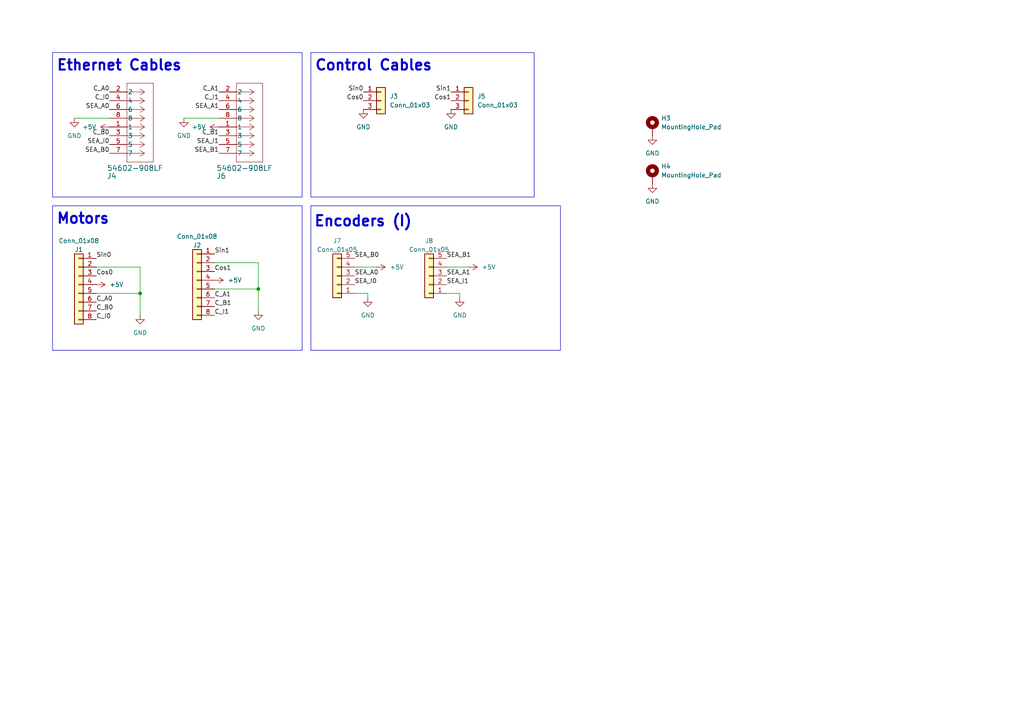
<source format=kicad_sch>
(kicad_sch (version 20250114) (generator "eeschema") (generator_version "9.0")
  (paper "A4")
  (lib_symbols
    (symbol "Connector_Generic:Conn_01x03" (pin_names (offset 1.016) (hide yes))
      (property "Reference" "J" (at 0 5.08 0))
      (property "Value" "Conn_01x03" (at 0 -5.08 0))
      (symbol "Conn_01x03_1_1"
        (rectangle (start -1.27 3.81) (end 1.27 -3.81) (stroke (width 0.254)) (fill (type background)))
        (rectangle (start -1.27 2.667) (end 0 2.413) (stroke (width 0.1524)))
        (rectangle (start -1.27 0.127) (end 0 -0.127) (stroke (width 0.1524)))
        (rectangle (start -1.27 -2.413) (end 0 -2.667) (stroke (width 0.1524)))
        (pin passive line (at -5.08 2.54 0) (length 3.81) (name "Pin_1") (number "1"))
        (pin passive line (at -5.08 0 0) (length 3.81) (name "Pin_2") (number "2"))
        (pin passive line (at -5.08 -2.54 0) (length 3.81) (name "Pin_3") (number "3"))
      )
    )
    (symbol "Connector_Generic:Conn_01x05" (pin_names (offset 1.016) (hide yes))
      (property "Reference" "J" (at 0 7.62 0))
      (property "Value" "Conn_01x05" (at 0 -7.62 0))
      (symbol "Conn_01x05_1_1"
        (rectangle (start -1.27 6.35) (end 1.27 -6.35) (stroke (width 0.254)) (fill (type background)))
        (rectangle (start -1.27 5.207) (end 0 4.953) (stroke (width 0.1524)))
        (rectangle (start -1.27 2.667) (end 0 2.413) (stroke (width 0.1524)))
        (rectangle (start -1.27 0.127) (end 0 -0.127) (stroke (width 0.1524)))
        (rectangle (start -1.27 -2.413) (end 0 -2.667) (stroke (width 0.1524)))
        (rectangle (start -1.27 -4.953) (end 0 -5.207) (stroke (width 0.1524)))
        (pin passive line (at -5.08 5.08 0) (length 3.81) (name "Pin_1") (number "1"))
        (pin passive line (at -5.08 2.54 0) (length 3.81) (name "Pin_2") (number "2"))
        (pin passive line (at -5.08 0 0) (length 3.81) (name "Pin_3") (number "3"))
        (pin passive line (at -5.08 -2.54 0) (length 3.81) (name "Pin_4") (number "4"))
        (pin passive line (at -5.08 -5.08 0) (length 3.81) (name "Pin_5") (number "5"))
      )
    )
    (symbol "Connector_Generic:Conn_01x08" (pin_names (offset 1.016) (hide yes))
      (property "Reference" "J" (at 0 10.16 0))
      (property "Value" "Conn_01x08" (at 0 -12.7 0))
      (symbol "Conn_01x08_1_1"
        (rectangle (start -1.27 8.89) (end 1.27 -11.43) (stroke (width 0.254)) (fill (type background)))
        (rectangle (start -1.27 7.747) (end 0 7.493) (stroke (width 0.1524)))
        (rectangle (start -1.27 5.207) (end 0 4.953) (stroke (width 0.1524)))
        (rectangle (start -1.27 2.667) (end 0 2.413) (stroke (width 0.1524)))
        (rectangle (start -1.27 0.127) (end 0 -0.127) (stroke (width 0.1524)))
        (rectangle (start -1.27 -2.413) (end 0 -2.667) (stroke (width 0.1524)))
        (rectangle (start -1.27 -4.953) (end 0 -5.207) (stroke (width 0.1524)))
        (rectangle (start -1.27 -7.493) (end 0 -7.747) (stroke (width 0.1524)))
        (rectangle (start -1.27 -10.033) (end 0 -10.287) (stroke (width 0.1524)))
        (pin passive line (at -5.08 7.62 0) (length 3.81) (name "Pin_1") (number "1"))
        (pin passive line (at -5.08 5.08 0) (length 3.81) (name "Pin_2") (number "2"))
        (pin passive line (at -5.08 2.54 0) (length 3.81) (name "Pin_3") (number "3"))
        (pin passive line (at -5.08 0 0) (length 3.81) (name "Pin_4") (number "4"))
        (pin passive line (at -5.08 -2.54 0) (length 3.81) (name "Pin_5") (number "5"))
        (pin passive line (at -5.08 -5.08 0) (length 3.81) (name "Pin_6") (number "6"))
        (pin passive line (at -5.08 -7.62 0) (length 3.81) (name "Pin_7") (number "7"))
        (pin passive line (at -5.08 -10.16 0) (length 3.81) (name "Pin_8") (number "8"))
      )
    )
    (symbol "Mechanical:MountingHole_Pad" (pin_numbers (hide yes)) (pin_names (offset 1.016) (hide yes)) (exclude_from_sim yes) (in_bom no)
      (property "Reference" "H" (at 0 6.35 0))
      (property "Value" "MountingHole_Pad" (at 0 4.445 0))
      (symbol "MountingHole_Pad_0_1"
        (circle (center 0 1.27) (radius 1.27) (stroke (width 1.27)))
      )
      (symbol "MountingHole_Pad_1_1"
        (pin input line (at 0 -2.54 90) (length 2.54) (name "1") (number "1"))
      )
    )
    (symbol "ethernet_54602-908LF:54602-908LF" (pin_names (offset 0.254))
      (property "Reference" "J" (at 8.89 6.35 0))
      (property "Value" "54602-908LF" (at 0 0 0))
      (symbol "54602-908LF_0_1"
        (polyline (pts (xy 5.08 2.54) (xy 5.08 -20.32)) (stroke (width 0.127)))
        (polyline (pts (xy 5.08 -20.32) (xy 12.7 -20.32)) (stroke (width 0.127)))
        (polyline (pts (xy 10.16 0) (xy 5.08 0)) (stroke (width 0.127)))
        (polyline (pts (xy 10.16 0) (xy 8.89 0.8467)) (stroke (width 0.127)))
        (polyline (pts (xy 10.16 0) (xy 8.89 -0.8467)) (stroke (width 0.127)))
        (polyline (pts (xy 10.16 -2.54) (xy 5.08 -2.54)) (stroke (width 0.127)))
        (polyline (pts (xy 10.16 -2.54) (xy 8.89 -1.6933)) (stroke (width 0.127)))
        (polyline (pts (xy 10.16 -2.54) (xy 8.89 -3.3867)) (stroke (width 0.127)))
        (polyline (pts (xy 10.16 -5.08) (xy 5.08 -5.08)) (stroke (width 0.127)))
        (polyline (pts (xy 10.16 -5.08) (xy 8.89 -4.2333)) (stroke (width 0.127)))
        (polyline (pts (xy 10.16 -5.08) (xy 8.89 -5.9267)) (stroke (width 0.127)))
        (polyline (pts (xy 10.16 -7.62) (xy 5.08 -7.62)) (stroke (width 0.127)))
        (polyline (pts (xy 10.16 -7.62) (xy 8.89 -6.7733)) (stroke (width 0.127)))
        (polyline (pts (xy 10.16 -7.62) (xy 8.89 -8.4667)) (stroke (width 0.127)))
        (polyline (pts (xy 10.16 -10.16) (xy 5.08 -10.16)) (stroke (width 0.127)))
        (polyline (pts (xy 10.16 -10.16) (xy 8.89 -9.3133)) (stroke (width 0.127)))
        (polyline (pts (xy 10.16 -10.16) (xy 8.89 -11.0067)) (stroke (width 0.127)))
        (polyline (pts (xy 10.16 -12.7) (xy 5.08 -12.7)) (stroke (width 0.127)))
        (polyline (pts (xy 10.16 -12.7) (xy 8.89 -11.8533)) (stroke (width 0.127)))
        (polyline (pts (xy 10.16 -12.7) (xy 8.89 -13.5467)) (stroke (width 0.127)))
        (polyline (pts (xy 10.16 -15.24) (xy 5.08 -15.24)) (stroke (width 0.127)))
        (polyline (pts (xy 10.16 -15.24) (xy 8.89 -14.3933)) (stroke (width 0.127)))
        (polyline (pts (xy 10.16 -15.24) (xy 8.89 -16.0867)) (stroke (width 0.127)))
        (polyline (pts (xy 10.16 -17.78) (xy 5.08 -17.78)) (stroke (width 0.127)))
        (polyline (pts (xy 10.16 -17.78) (xy 8.89 -16.9333)) (stroke (width 0.127)))
        (polyline (pts (xy 10.16 -17.78) (xy 8.89 -18.6267)) (stroke (width 0.127)))
        (polyline (pts (xy 12.7 2.54) (xy 5.08 2.54)) (stroke (width 0.127)))
        (polyline (pts (xy 12.7 -20.32) (xy 12.7 2.54)) (stroke (width 0.127)))
        (pin unspecified line (at 0 0 0) (length 5.08) (name "2") (number "2"))
        (pin unspecified line (at 0 -2.54 0) (length 5.08) (name "4") (number "4"))
        (pin unspecified line (at 0 -5.08 0) (length 5.08) (name "6") (number "6"))
        (pin unspecified line (at 0 -7.62 0) (length 5.08) (name "8") (number "8"))
        (pin unspecified line (at 0 -10.16 0) (length 5.08) (name "1") (number "1"))
        (pin unspecified line (at 0 -12.7 0) (length 5.08) (name "3") (number "3"))
        (pin unspecified line (at 0 -15.24 0) (length 5.08) (name "5") (number "5"))
        (pin unspecified line (at 0 -17.78 0) (length 5.08) (name "7") (number "7"))
      )
    )
    (symbol "power:+5V" (power) (pin_numbers (hide yes)) (pin_names (offset 0) (hide yes))
      (property "Value" "+5V" (at 0 3.556 0))
      (symbol "+5V_0_1"
        (polyline (pts (xy -0.762 1.27) (xy 0 2.54)))
        (polyline (pts (xy 0 2.54) (xy 0.762 1.27)))
        (polyline (pts (xy 0 0) (xy 0 2.54)))
      )
      (symbol "+5V_1_1"
        (pin power_in line (at 0 0 90) (length 0) (name "~") (number "1"))
      )
    )
    (symbol "power:GND" (power) (pin_numbers (hide yes)) (pin_names (offset 0) (hide yes))
      (property "Value" "GND" (at 0 -3.81 0))
      (symbol "GND_0_1"
        (polyline (pts (xy 0 0) (xy 0 -1.27) (xy 1.27 -1.27) (xy 0 -2.54) (xy -1.27 -1.27) (xy 0 -1.27)))
      )
      (symbol "GND_1_1"
        (pin power_in line (at 0 0 270) (length 0) (name "~") (number "1"))
      )
    )
  )
  (rectangle (start 15.24 15.24) (end 87.63 57.15))
  (rectangle (start 90.17 15.24) (end 154.94 57.15))
  (rectangle (start 15.24 59.69) (end 87.63 101.6))
  (rectangle (start 90.17 59.69) (end 162.56 101.6))
  (text "Encoders (I)\n" (at 90.932 66.04 0) (effects (font (size 3 3) (thickness 0.6) (bold yes)) (justify left bottom)))
  (text "Control Cables" (at 91.186 20.828 0) (effects (font (size 3 3) (thickness 0.6) (bold yes)) (justify left bottom)))
  (text "Motors" (at 16.256 65.278 0) (effects (font (size 3 3) (thickness 0.6) (bold yes)) (justify left bottom)))
  (text "Ethernet Cables" (at 16.256 20.828 0) (effects (font (size 3 3) (thickness 0.6) (bold yes)) (justify left bottom)))
  (junction (at 40.64 85.09))
  (junction (at 74.93 83.82))
  (wire (pts (xy 40.64 77.47) (xy 40.64 85.09)))
  (wire (pts (xy 74.93 76.2) (xy 74.93 83.82)))
  (wire (pts (xy 133.35 86.36) (xy 133.35 85.09)))
  (wire (pts (xy 62.23 76.2) (xy 74.93 76.2)))
  (wire (pts (xy 74.93 83.82) (xy 74.93 90.17)))
  (wire (pts (xy 21.59 34.29) (xy 31.75 34.29)))
  (wire (pts (xy 106.68 85.09) (xy 102.87 85.09)))
  (wire (pts (xy 27.94 77.47) (xy 40.64 77.47)))
  (wire (pts (xy 53.34 34.29) (xy 63.5 34.29)))
  (wire (pts (xy 133.35 85.09) (xy 129.54 85.09)))
  (wire (pts (xy 106.68 86.36) (xy 106.68 85.09)))
  (wire (pts (xy 135.89 77.47) (xy 129.54 77.47)))
  (wire (pts (xy 27.94 85.09) (xy 40.64 85.09)))
  (wire (pts (xy 62.23 83.82) (xy 74.93 83.82)))
  (wire (pts (xy 40.64 85.09) (xy 40.64 91.44)))
  (wire (pts (xy 109.22 77.47) (xy 102.87 77.47)))
  (label "SEA_B0" (at 31.75 44.45 180))
  (label "Cos1" (at 130.81 29.21 180))
  (label "SEA_I0" (at 31.75 41.91 180))
  (label "C_B0" (at 27.94 90.17 0))
  (label "Sin0" (at 27.94 74.93 0))
  (label "C_A1" (at 63.5 26.67 180))
  (label "SEA_A1" (at 129.54 80.01 0))
  (label "Sin1" (at 62.23 73.66 0))
  (label "SEA_A1" (at 63.5 31.75 180))
  (label "Cos1" (at 62.23 78.74 0))
  (label "Sin0" (at 105.41 26.67 180))
  (label "SEA_I0" (at 102.87 82.55 0))
  (label "SEA_A0" (at 102.87 80.01 0))
  (label "SEA_I1" (at 63.5 41.91 180))
  (label "C_I0" (at 31.75 29.21 180))
  (label "SEA_B1" (at 63.5 44.45 180))
  (label "C_A0" (at 27.94 87.63 0))
  (label "SEA_B0" (at 102.87 74.93 0))
  (label "Cos0" (at 27.94 80.01 0))
  (label "C_A1" (at 62.23 86.36 0))
  (label "C_B0" (at 31.75 39.37 180))
  (label "C_I0" (at 27.94 92.71 0))
  (label "SEA_I1" (at 129.54 82.55 0))
  (label "C_B1" (at 63.5 39.37 180))
  (label "C_B1" (at 62.23 88.9 0))
  (label "C_I1" (at 62.23 91.44 0))
  (label "Sin1" (at 130.81 26.67 180))
  (label "Cos0" (at 105.41 29.21 180))
  (label "SEA_B1" (at 129.54 74.93 0))
  (label "C_I1" (at 63.5 29.21 180))
  (label "C_A0" (at 31.75 26.67 180))
  (label "SEA_A0" (at 31.75 31.75 180))
  (symbol (lib_id "power:GND") (at 130.81 31.75 0) (unit 1)
    (property "Reference" "#PWR07" (effects (hide yes)))
    (property "Value" "GND" (at 130.81 36.83 0))
    (property "Description" "Power symbol creates a global label with name \"GND\" , ground" (effects (hide yes)))
  )
  (symbol (lib_id "power:GND") (at 53.34 34.29 0) (unit 1)
    (property "Reference" "#PWR09" (effects (hide yes)))
    (property "Value" "GND" (at 53.34 39.37 0))
    (property "Description" "Power symbol creates a global label with name \"GND\" , ground" (effects (hide yes)))
  )
  (symbol (lib_id "power:+5V") (at 63.5 36.83 90) (unit 1)
    (property "Reference" "#PWR05" (effects (hide yes)))
    (property "Value" "+5V" (at 59.69 36.8299 90) (effects (justify left)))
    (property "Description" "Power symbol creates a global label with name \"+5V\"" (effects (hide yes)))
  )
  (symbol (lib_id "power:+5V") (at 62.23 81.28 270) (unit 1)
    (property "Reference" "#PWR03" (effects (hide yes)))
    (property "Value" "+5V" (at 66.04 81.2799 90) (effects (justify left)))
    (property "Description" "Power symbol creates a global label with name \"+5V\"" (effects (hide yes)))
  )
  (symbol (lib_id "power:+5V") (at 109.22 77.47 270) (unit 1)
    (property "Reference" "#PWR029" (effects (hide yes)))
    (property "Value" "+5V" (at 113.03 77.4699 90) (effects (justify left)))
    (property "Description" "Power symbol creates a global label with name \"+5V\"" (effects (hide yes)))
  )
  (symbol (lib_id "power:GND") (at 133.35 86.36 0) (unit 1)
    (property "Reference" "#PWR026" (effects (hide yes)))
    (property "Value" "GND" (at 133.35 91.44 0))
    (property "Description" "Power symbol creates a global label with name \"GND\" , ground" (effects (hide yes)))
  )
  (symbol (lib_id "Connector_Generic:Conn_01x03") (at 135.89 29.21 0) (unit 1)
    (property "Reference" "J5" (at 138.43 27.9399 0) (effects (justify left)))
    (property "Value" "Conn_01x03" (at 138.43 30.4799 0) (effects (justify left)))
    (property "Footprint" "Connector_Molex:Molex_KK-396_A-41792-0003_1x03_P3.96mm_Horizontal" (effects (hide yes)))
    (property "Description" "Generic connector, single row, 01x03, script generated (kicad-library-utils/schlib/autogen/connector/)" (effects (hide yes)))
  )
  (symbol (lib_id "Connector_Generic:Conn_01x08") (at 22.86 82.55 0) (mirror y) (unit 1)
    (property "Reference" "J1" (at 22.86 72.39 0))
    (property "Value" "Conn_01x08" (at 22.86 69.85 0))
    (property "Footprint" "Connector_JST:JST_XH_B8B-XH-A_1x08_P2.50mm_Vertical" (effects (hide yes)))
    (property "Description" "Generic connector, single row, 01x08, script generated (kicad-library-utils/schlib/autogen/connector/)" (effects (hide yes)))
  )
  (symbol (lib_id "power:+5V") (at 31.75 36.83 90) (unit 1)
    (property "Reference" "#PWR04" (effects (hide yes)))
    (property "Value" "+5V" (at 27.94 36.8299 90) (effects (justify left)))
    (property "Description" "Power symbol creates a global label with name \"+5V\"" (effects (hide yes)))
  )
  (symbol (lib_id "ethernet_54602-908LF:54602-908LF") (at 63.5 26.67 0) (unit 1)
    (property "Reference" "J6" (at 62.738 51.054 0) (effects (font (size 1.524 1.524)) (justify left)))
    (property "Value" "54602-908LF" (at 62.738 48.768 0) (effects (font (size 1.524 1.524)) (justify left)))
    (property "Footprint" "ethernet_54602-908LF:ethernet_54602-908LF" (effects (hide yes)))
    (property "Datasheet" "54602-908LF" (effects (hide yes)))
  )
  (symbol (lib_id "power:GND") (at 74.93 90.17 0) (unit 1)
    (property "Reference" "#PWR010" (effects (hide yes)))
    (property "Value" "GND" (at 74.93 95.25 0))
    (property "Description" "Power symbol creates a global label with name \"GND\" , ground" (effects (hide yes)))
  )
  (symbol (lib_id "ethernet_54602-908LF:54602-908LF") (at 31.75 26.67 0) (unit 1)
    (property "Reference" "J4" (at 30.988 51.054 0) (effects (font (size 1.524 1.524)) (justify left)))
    (property "Value" "54602-908LF" (at 30.988 48.768 0) (effects (font (size 1.524 1.524)) (justify left)))
    (property "Footprint" "ethernet_54602-908LF:ethernet_54602-908LF" (effects (hide yes)))
    (property "Datasheet" "54602-908LF" (effects (hide yes)))
  )
  (symbol (lib_id "power:GND") (at 189.23 53.34 0) (unit 1)
    (property "Reference" "#PWR012" (effects (hide yes)))
    (property "Value" "GND" (at 189.23 58.42 0))
    (property "Description" "Power symbol creates a global label with name \"GND\" , ground" (effects (hide yes)))
  )
  (symbol (lib_id "Connector_Generic:Conn_01x08") (at 57.15 81.28 0) (mirror y) (unit 1)
    (property "Reference" "J2" (at 57.15 71.12 0))
    (property "Value" "Conn_01x08" (at 57.15 68.58 0))
    (property "Footprint" "Connector_JST:JST_XH_B8B-XH-A_1x08_P2.50mm_Vertical" (effects (hide yes)))
    (property "Description" "Generic connector, single row, 01x08, script generated (kicad-library-utils/schlib/autogen/connector/)" (effects (hide yes)))
  )
  (symbol (lib_id "Mechanical:MountingHole_Pad") (at 189.23 36.83 0) (unit 1) (exclude_from_sim yes) (in_bom no)
    (property "Reference" "H3" (at 191.77 34.2899 0) (effects (justify left)))
    (property "Value" "MountingHole_Pad" (at 191.77 36.8299 0) (effects (justify left)))
    (property "Footprint" "MountingHole:MountingHole_3.2mm_M3_DIN965_Pad_TopBottom" (effects (hide yes)))
    (property "Description" "Mounting Hole with connection" (effects (hide yes)))
  )
  (symbol (lib_id "power:+5V") (at 135.89 77.47 270) (unit 1)
    (property "Reference" "#PWR030" (effects (hide yes)))
    (property "Value" "+5V" (at 139.7 77.4699 90) (effects (justify left)))
    (property "Description" "Power symbol creates a global label with name \"+5V\"" (effects (hide yes)))
  )
  (symbol (lib_id "Connector_Generic:Conn_01x05") (at 97.79 80.01 180) (unit 1)
    (property "Reference" "J7" (at 97.79 69.85 0))
    (property "Value" "Conn_01x05" (at 97.79 72.39 0))
    (property "Footprint" "Connector_JST:JST_EH_B5B-EH-A_1x05_P2.50mm_Vertical" (effects (hide yes)))
    (property "Description" "Generic connector, single row, 01x05, script generated (kicad-library-utils/schlib/autogen/connector/)" (effects (hide yes)))
  )
  (symbol (lib_id "power:GND") (at 189.23 39.37 0) (unit 1)
    (property "Reference" "#PWR011" (effects (hide yes)))
    (property "Value" "GND" (at 189.23 44.45 0))
    (property "Description" "Power symbol creates a global label with name \"GND\" , ground" (effects (hide yes)))
  )
  (symbol (lib_id "Connector_Generic:Conn_01x05") (at 124.46 80.01 180) (unit 1)
    (property "Reference" "J8" (at 124.46 69.85 0))
    (property "Value" "Conn_01x05" (at 124.46 72.39 0))
    (property "Footprint" "Connector_JST:JST_EH_B5B-EH-A_1x05_P2.50mm_Vertical" (effects (hide yes)))
    (property "Description" "Generic connector, single row, 01x05, script generated (kicad-library-utils/schlib/autogen/connector/)" (effects (hide yes)))
  )
  (symbol (lib_id "Connector_Generic:Conn_01x03") (at 110.49 29.21 0) (unit 1)
    (property "Reference" "J3" (at 113.03 27.9399 0) (effects (justify left)))
    (property "Value" "Conn_01x03" (at 113.03 30.4799 0) (effects (justify left)))
    (property "Footprint" "Connector_Molex:Molex_KK-396_A-41792-0003_1x03_P3.96mm_Horizontal" (effects (hide yes)))
    (property "Description" "Generic connector, single row, 01x03, script generated (kicad-library-utils/schlib/autogen/connector/)" (effects (hide yes)))
  )
  (symbol (lib_id "power:GND") (at 105.41 31.75 0) (unit 1)
    (property "Reference" "#PWR06" (effects (hide yes)))
    (property "Value" "GND" (at 105.41 36.83 0))
    (property "Description" "Power symbol creates a global label with name \"GND\" , ground" (effects (hide yes)))
  )
  (symbol (lib_id "Mechanical:MountingHole_Pad") (at 189.23 50.8 0) (unit 1) (exclude_from_sim yes) (in_bom no)
    (property "Reference" "H4" (at 191.77 48.2599 0) (effects (justify left)))
    (property "Value" "MountingHole_Pad" (at 191.77 50.7999 0) (effects (justify left)))
    (property "Footprint" "MountingHole:MountingHole_3.2mm_M3_ISO7380_Pad_TopBottom" (effects (hide yes)))
    (property "Description" "Mounting Hole with connection" (effects (hide yes)))
  )
  (symbol (lib_id "power:GND") (at 106.68 86.36 0) (unit 1)
    (property "Reference" "#PWR025" (effects (hide yes)))
    (property "Value" "GND" (at 106.68 91.44 0))
    (property "Description" "Power symbol creates a global label with name \"GND\" , ground" (effects (hide yes)))
  )
  (symbol (lib_id "power:+5V") (at 27.94 82.55 270) (unit 1)
    (property "Reference" "#PWR02" (effects (hide yes)))
    (property "Value" "+5V" (at 31.75 82.5499 90) (effects (justify left)))
    (property "Description" "Power symbol creates a global label with name \"+5V\"" (effects (hide yes)))
  )
  (symbol (lib_id "power:GND") (at 21.59 34.29 0) (unit 1)
    (property "Reference" "#PWR08" (effects (hide yes)))
    (property "Value" "GND" (at 21.59 39.37 0))
    (property "Description" "Power symbol creates a global label with name \"GND\" , ground" (effects (hide yes)))
  )
  (symbol (lib_id "power:GND") (at 40.64 91.44 0) (unit 1)
    (property "Reference" "#PWR01" (effects (hide yes)))
    (property "Value" "GND" (at 40.64 96.52 0))
    (property "Description" "Power symbol creates a global label with name \"GND\" , ground" (effects (hide yes)))
  )
)
</source>
